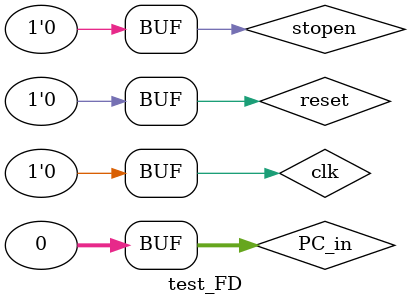
<source format=v>
`timescale 1ns / 1ps


module test_FD;

	// Inputs
	reg clk;
	reg reset;
	reg stopen;
	reg [31:0] PC_in;

	// Outputs
	wire [31:0] PC_out;

	// Instantiate the Unit Under Test (UUT)
	pipe_pc_FD uut (
		.clk(clk), 
		.reset(reset), 
		.stopen(stopen), 
		.PC_in(PC_in), 
		.PC_out(PC_out)
	);

	initial begin
		// Initialize Inputs
		clk = 0;
		reset = 0;
		stopen = 0;
		PC_in = 0;

		// Wait 100 ns for global reset to finish
		#100;
        
		// Add stimulus here

	end
      
endmodule


</source>
